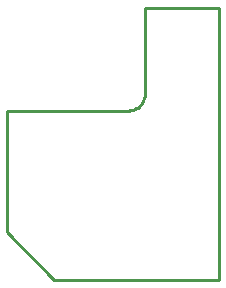
<source format=gbr>
G04 EAGLE Gerber RS-274X export*
G75*
%MOMM*%
%FSLAX34Y34*%
%LPD*%
%IN*%
%IPPOS*%
%AMOC8*
5,1,8,0,0,1.08239X$1,22.5*%
G01*
%ADD10C,0.254000*%


D10*
X0Y40000D02*
X40000Y0D01*
X180000Y0D01*
X180000Y230000D01*
X117000Y230000D01*
X117000Y158000D01*
X116943Y156693D01*
X116772Y155395D01*
X116489Y154118D01*
X116095Y152870D01*
X115595Y151661D01*
X114990Y150500D01*
X114287Y149396D01*
X113491Y148358D01*
X112607Y147393D01*
X111642Y146509D01*
X110604Y145713D01*
X109500Y145010D01*
X108339Y144405D01*
X107130Y143905D01*
X105882Y143511D01*
X104605Y143228D01*
X103307Y143057D01*
X102000Y143000D01*
X0Y143000D01*
X0Y40000D01*
M02*

</source>
